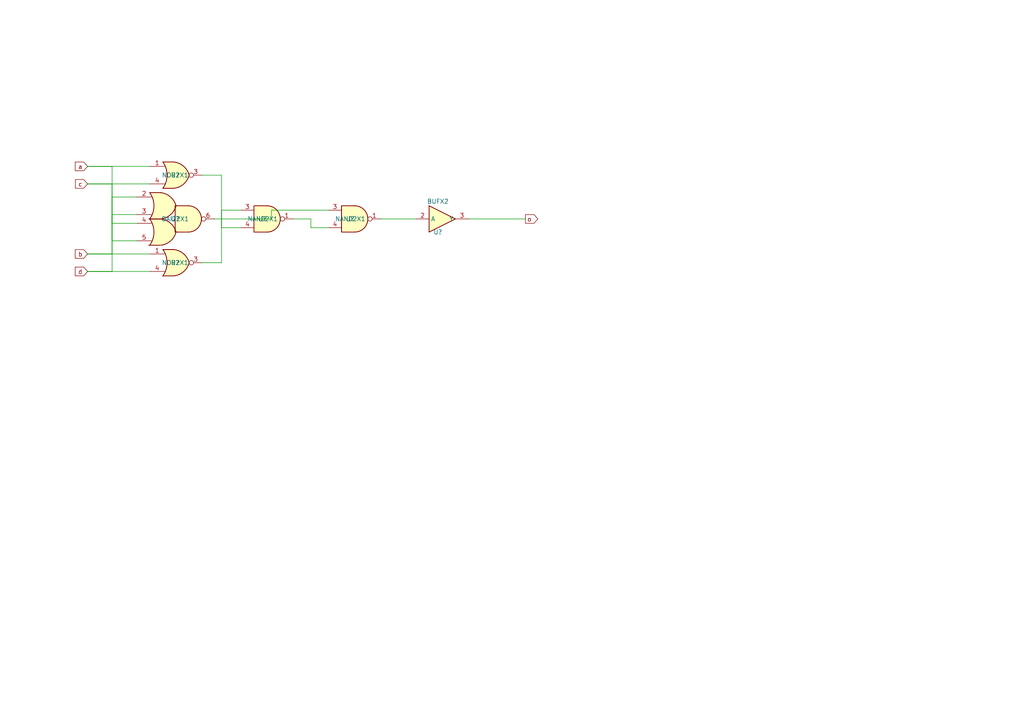
<source format=kicad_sch>
(kicad_sch (version 20200714) (host "asg" "0.1.0")
  (page 1 1)
  (paper "A4")
  (lib_symbols
    (symbol "test:OAI22X1"
      (property "Reference" "U" (at 0 0 0))
      (property "Value" "OAI22X1" (at 0 0 0))
      (symbol "OAI22X1_1_1"
        (arc (start 3.81 -3.81) (end 3.81 3.81) (radius (at 3.81 0) (length 3.81) (angles -89.9 89.9)) (stroke (width 0.254)) (fill (type background)))
        (arc (start -7.366 7.62) (end -7.366 0) (radius (at -12.7 3.81) (length 6.5532) (angles 35.4 -35.4)) (stroke (width 0.254)))
        (arc (start 0.254 3.81) (end -4.1656 7.62) (radius (at -4.7498 2.4892) (length 5.1816) (angles 15 83.7)) (stroke (width 0.254)) (fill (type background)))
        (arc (start 0.254 3.81) (end -4.1656 0) (radius (at -4.7498 5.1308) (length 5.1816) (angles -15 -83.7)) (stroke (width 0.254)) (fill (type background)))
        (arc (start -7.366 0) (end -7.366 -7.62) (radius (at -12.7 -3.81) (length 6.5532) (angles 35.4 -35.4)) (stroke (width 0.254)))
        (arc (start 0.254 -3.81) (end -4.1656 0) (radius (at -4.7498 -5.1308) (length 5.1816) (angles 15 83.7)) (stroke (width 0.254)) (fill (type background)))
        (arc (start 0.254 -3.81) (end -4.1656 -7.62) (radius (at -4.7498 -2.4892) (length 5.1816) (angles -15 -83.7)) (stroke (width 0.254)) (fill (type background)))
        (polyline (pts (xy 3.81 3.81) (xy 0 3.81) (xy 0 -3.81) (xy 3.81 -3.81)) (stroke (width 0.254)) (fill (type background)))
        (polyline (pts (xy -7.366 7.62) (xy -4.191 7.62)) (stroke (width 0.254)) (fill (type background)))
        (polyline (pts (xy -4.191 7.62) (xy -7.366 7.62) (xy -7.366 7.62) (xy -7.112 7.2136) (xy -6.5786 6.0706) (xy -6.2484 4.8514) (xy -6.1722 3.556) (xy -6.3246 2.3114) (xy -6.731 1.0922) (xy -7.366 0) (xy -7.366 0) (xy -4.191 0)) (stroke (width -25.4)) (fill (type background)))
        (polyline (pts (xy -7.62 0) (xy -4.445 0)) (stroke (width 0.254)) (fill (type background)))
        (polyline (pts (xy -7.366 0) (xy -4.191 0)) (stroke (width 0.254)) (fill (type background)))
        (polyline (pts (xy -4.191 0) (xy -7.366 0) (xy -7.366 0) (xy -7.112 -0.4064) (xy -6.5786 -1.5494) (xy -6.2484 -2.7686) (xy -6.1722 -4.064) (xy -6.3246 -5.3086) (xy -6.731 -6.5278) (xy -7.366 -7.62) (xy -7.366 -7.62) (xy -4.191 -7.62)) (stroke (width -25.4)) (fill (type background)))
        (polyline (pts (xy -7.62 -7.62) (xy -4.445 -7.62)) (stroke (width 0.254)) (fill (type background)))
        (pin output inverted (at 11.43 0 180) (length 3.81) (name "~") (number "6"))
        (pin input line (at -11.176 6.35 0) (length 4.318) (name "~") (number "2"))
        (pin input line (at -11.176 1.27 0) (length 4.318) (name "~") (number "3"))
        (pin input line (at -11.176 -1.27 0) (length 4.318) (name "~") (number "4"))
        (pin input line (at -11.176 -6.35 0) (length 4.318) (name "~") (number "5"))
      )
    )
    (symbol "test:NOR2X1"
      (property "Reference" "U" (at 0 0 0))
      (property "Value" "NOR2X1" (at 0 0 0))
      (symbol "NOR2X1_1_1"
        (arc (start -3.556 3.81) (end -3.556 -3.81) (radius (at -8.89 0) (length 6.5532) (angles 35.4 -35.4)) (stroke (width 0.254)))
        (arc (start 4.064 0) (end -0.3556 3.81) (radius (at -0.9398 -1.3208) (length 5.1816) (angles 15 83.7)) (stroke (width 0.254)) (fill (type background)))
        (arc (start 4.064 0) (end -0.3556 -3.81) (radius (at -0.9398 1.3208) (length 5.1816) (angles -15 -83.7)) (stroke (width 0.254)) (fill (type background)))
        (polyline (pts (xy -3.556 -3.81) (xy -0.381 -3.81)) (stroke (width 0.254)) (fill (type background)))
        (polyline (pts (xy -3.556 3.81) (xy -0.381 3.81)) (stroke (width 0.254)) (fill (type background)))
        (polyline (pts (xy -0.381 3.81) (xy -3.556 3.81) (xy -3.556 3.81) (xy -3.302 3.4036) (xy -2.7686 2.2606) (xy -2.4384 1.0414) (xy -2.3622 -0.254) (xy -2.5146 -1.4986) (xy -2.921 -2.7178) (xy -3.556 -3.81) (xy -3.556 -3.81) (xy -0.381 -3.81)) (stroke (width -25.4)) (fill (type background)))
        (pin input line (at -7.366 2.54 0) (length 4.318) (name "~") (number "1"))
        (pin input line (at -7.366 -2.54 0) (length 4.318) (name "~") (number "4"))
        (pin output inverted (at 7.874 0 180) (length 3.81) (name "~") (number "3"))
      )
    )
    (symbol "test:BUFX2"
      (property "Reference" "U" (at 0 3.81 0))
      (property "Value" "BUFX2" (at 0 -5.08 0))
      (symbol "BUFX2_1_0"
        (polyline (pts (xy -2.54 3.81) (xy -2.54 -3.81) (xy 5.08 0) (xy -2.54 3.81)) (stroke (width 0.254)) (fill (type background)))
        (pin input line (at -6.35 0 0) (length 3.81) (name "A") (number "2"))
        (pin output line (at 8.89 0 180) (length 3.81) (name "Y") (number "3"))
      )
    )
    (symbol "test:NAND2X1"
      (property "Reference" "U" (at 0 0 0))
      (property "Value" "NAND2X1" (at 0 0 0))
      (symbol "NAND2X1_1_1"
        (arc (start 1.27 -3.81) (end 1.27 3.81) (radius (at 1.27 0) (length 3.81) (angles -89.9 89.9)) (stroke (width 0.254)) (fill (type background)))
        (polyline (pts (xy 1.27 3.81) (xy -2.54 3.81) (xy -2.54 -3.81) (xy 1.27 -3.81)) (stroke (width 0.254)) (fill (type background)))
        (pin input line (at -6.35 2.54 0) (length 3.81) (name "~") (number "3"))
        (pin input line (at -6.35 -2.54 0) (length 3.81) (name "~") (number "4"))
        (pin output inverted (at 8.89 0 180) (length 3.81) (name "~") (number "1"))
      )
    )
  )
  (symbol (lib_id "test:NOR2X1") (at 50.8 50.8 0) (unit 1)
    (property "Reference" "U?" (at 50.8 50.8 0))
    (property "Value" "NOR2X1" (at 50.8 50.8 0))
  )
  (symbol (lib_id "test:BUFX2") (at 127.0 63.49999999999999 0) (unit 1)
    (property "Reference" "U?" (at 127.0 67.30999999999999 0))
    (property "Value" "BUFX2" (at 127.0 58.419999999999995 0))
  )
  (symbol (lib_id "test:NAND2X1") (at 101.6 63.49999999999999 0) (unit 1)
    (property "Reference" "U?" (at 101.6 63.49999999999999 0))
    (property "Value" "NAND2X1" (at 101.6 63.49999999999999 0))
  )
  (symbol (lib_id "test:NOR2X1") (at 50.8 76.19999999999999 0) (unit 1)
    (property "Reference" "U?" (at 50.8 76.19999999999999 0))
    (property "Value" "NOR2X1" (at 50.8 76.19999999999999 0))
  )
  (symbol (lib_id "test:NAND2X1") (at 76.19999999999999 63.49999999999999 0) (unit 1)
    (property "Reference" "U?" (at 76.19999999999999 63.49999999999999 0))
    (property "Value" "NAND2X1" (at 76.19999999999999 63.49999999999999 0))
  )
  (symbol (lib_id "test:OAI22X1") (at 50.8 63.49999999999999 0) (unit 1)
    (property "Reference" "U?" (at 50.8 63.49999999999999 0))
    (property "Value" "OAI22X1" (at 50.8 63.49999999999999 0))
  )
  (global_label "a" (shape input) (at 25.4 48.26 180))
  (global_label "b" (shape input) (at 25.4 73.65999999999998 180))
  (global_label "c" (shape input) (at 25.4 53.339999999999996 180))
  (global_label "d" (shape input) (at 25.4 78.74 180))
  (global_label "o" (shape output) (at 152.4 63.49999999999999 0))
  (wire (pts (xy 25.4 48.26) (xy 43.434 48.26)))
  (wire (pts (xy 25.4 48.26) (xy 32.512 48.26)))
  (wire (pts (xy 32.512 48.26) (xy 32.512 69.85)))
  (wire (pts (xy 32.512 69.85) (xy 39.623999999999995 69.85)))
  (wire (pts (xy 58.674 50.8) (xy 64.262 50.8)))
  (wire (pts (xy 64.262 50.8) (xy 64.262 66.03999999999999)))
  (wire (pts (xy 64.262 66.03999999999999) (xy 69.85 66.03999999999999)))
  (wire (pts (xy 25.4 53.339999999999996) (xy 43.434 53.339999999999996)))
  (wire (pts (xy 25.4 53.339999999999996) (xy 32.512 53.339999999999996)))
  (wire (pts (xy 32.512 53.339999999999996) (xy 32.512 64.77)))
  (wire (pts (xy 32.512 64.77) (xy 39.623999999999995 64.77)))
  (wire (pts (xy 110.49 63.49999999999999) (xy 120.65 63.49999999999999)))
  (wire (pts (xy 135.89 63.49999999999999) (xy 152.4 63.49999999999999)))
  (wire (pts (xy 62.23 63.49999999999999) (xy 78.74 63.49999999999999)))
  (wire (pts (xy 78.74 63.49999999999999) (xy 78.74 60.959999999999994)))
  (wire (pts (xy 78.74 60.959999999999994) (xy 95.25 60.959999999999994)))
  (wire (pts (xy 85.08999999999999 63.49999999999999) (xy 90.16999999999999 63.49999999999999)))
  (wire (pts (xy 90.16999999999999 63.49999999999999) (xy 90.16999999999999 66.03999999999999)))
  (wire (pts (xy 90.16999999999999 66.03999999999999) (xy 95.25 66.03999999999999)))
  (wire (pts (xy 25.4 73.65999999999998) (xy 43.434 73.65999999999998)))
  (wire (pts (xy 25.4 73.65999999999998) (xy 32.512 73.65999999999998)))
  (wire (pts (xy 32.512 73.65999999999998) (xy 32.512 57.14999999999999)))
  (wire (pts (xy 32.512 57.14999999999999) (xy 39.623999999999995 57.14999999999999)))
  (wire (pts (xy 58.674 76.19999999999999) (xy 64.262 76.19999999999999)))
  (wire (pts (xy 64.262 76.19999999999999) (xy 64.262 60.959999999999994)))
  (wire (pts (xy 64.262 60.959999999999994) (xy 69.85 60.959999999999994)))
  (wire (pts (xy 25.4 78.74) (xy 43.434 78.74)))
  (wire (pts (xy 25.4 78.74) (xy 32.512 78.74)))
  (wire (pts (xy 32.512 78.74) (xy 32.512 62.22999999999999)))
  (wire (pts (xy 32.512 62.22999999999999) (xy 39.623999999999995 62.22999999999999)))
)
</source>
